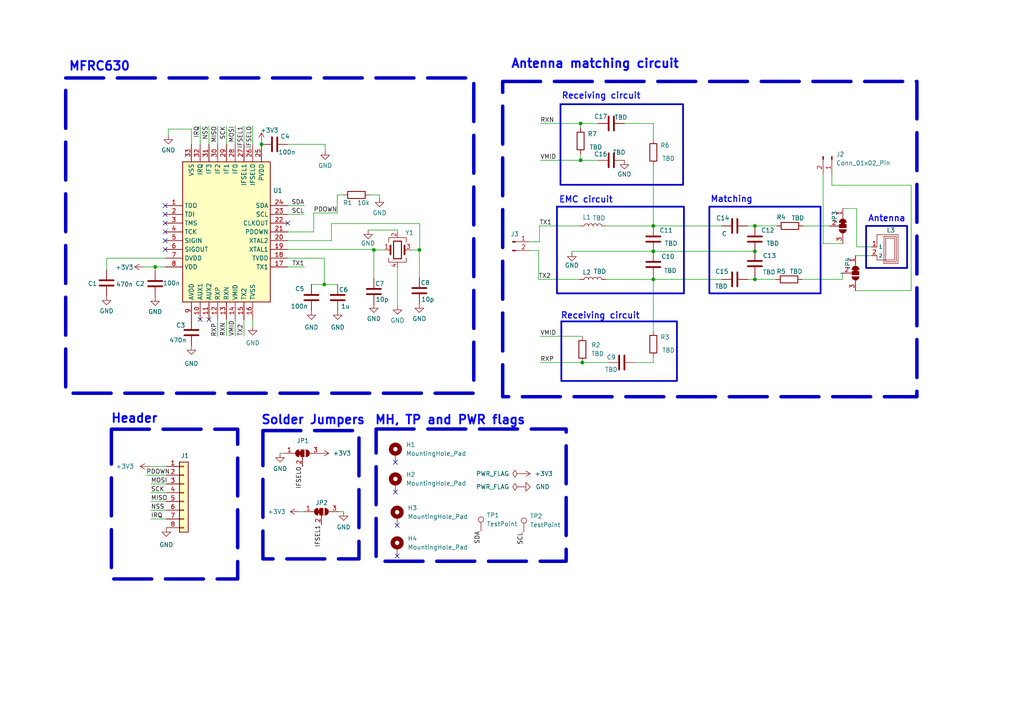
<source format=kicad_sch>
(kicad_sch (version 20230121) (generator eeschema)
  (paper "A4")
  (title_block (title "NFC_Programmer") (date "2023-11-25") (rev "2.0") (company "TycheTools"))
  (lib_symbols
    (symbol "Connector:Conn_01x02_Pin" (pin_names (offset 1.016) hide)
      (property "Reference" "J" (at 0 2.54 0))
      (property "Value" "Conn_01x02_Pin" (at 0 -5.08 0))
      (symbol "Conn_01x02_Pin_1_1"
        (polyline (pts (xy 1.27 -2.54) (xy 0.8636 -2.54)) (stroke (width 0.1524)))
        (polyline (pts (xy 1.27 0) (xy 0.8636 0)) (stroke (width 0.1524)))
        (rectangle (start 0.8636 -2.413) (end 0 -2.667) (stroke (width 0.1524)) (fill (type outline)))
        (rectangle (start 0.8636 0.127) (end 0 -0.127) (stroke (width 0.1524)) (fill (type outline)))
        (pin passive line (at 5.08 0 180) (length 3.81) (name "Pin_1") (number "1"))
        (pin passive line (at 5.08 -2.54 180) (length 3.81) (name "Pin_2") (number "2"))
      )
    )
    (symbol "Connector:TestPoint" (pin_numbers hide) (pin_names (offset 0.762) hide)
      (property "Reference" "TP" (at 0 6.858 0))
      (property "Value" "TestPoint" (at 0 5.08 0))
      (symbol "TestPoint_0_1"
        (circle (center 0 3.302) (radius 0.762))
      )
      (symbol "TestPoint_1_1"
        (pin passive line (at 0 0 90) (length 2.54) (name "1") (number "1"))
      )
    )
    (symbol "Connector_Generic:Conn_01x08" (pin_names (offset 1.016) hide)
      (property "Reference" "J" (at 0 10.16 0))
      (property "Value" "Conn_01x08" (at 0 -12.7 0))
      (symbol "Conn_01x08_1_1"
        (rectangle (start -1.27 -10.033) (end 0 -10.287) (stroke (width 0.1524)))
        (rectangle (start -1.27 -7.493) (end 0 -7.747) (stroke (width 0.1524)))
        (rectangle (start -1.27 -4.953) (end 0 -5.207) (stroke (width 0.1524)))
        (rectangle (start -1.27 -2.413) (end 0 -2.667) (stroke (width 0.1524)))
        (rectangle (start -1.27 0.127) (end 0 -0.127) (stroke (width 0.1524)))
        (rectangle (start -1.27 2.667) (end 0 2.413) (stroke (width 0.1524)))
        (rectangle (start -1.27 5.207) (end 0 4.953) (stroke (width 0.1524)))
        (rectangle (start -1.27 7.747) (end 0 7.493) (stroke (width 0.1524)))
        (rectangle (start -1.27 8.89) (end 1.27 -11.43) (stroke (width 0.254)) (fill (type background)))
        (pin passive line (at -5.08 7.62 0) (length 3.81) (name "Pin_1") (number "1"))
        (pin passive line (at -5.08 5.08 0) (length 3.81) (name "Pin_2") (number "2"))
        (pin passive line (at -5.08 2.54 0) (length 3.81) (name "Pin_3") (number "3"))
        (pin passive line (at -5.08 0 0) (length 3.81) (name "Pin_4") (number "4"))
        (pin passive line (at -5.08 -2.54 0) (length 3.81) (name "Pin_5") (number "5"))
        (pin passive line (at -5.08 -5.08 0) (length 3.81) (name "Pin_6") (number "6"))
        (pin passive line (at -5.08 -7.62 0) (length 3.81) (name "Pin_7") (number "7"))
        (pin passive line (at -5.08 -10.16 0) (length 3.81) (name "Pin_8") (number "8"))
      )
    )
    (symbol "Device:C" (pin_numbers hide) (pin_names (offset 0.254))
      (property "Reference" "C" (at 0.635 2.54 0))
      (property "Value" "C" (at 0.635 -2.54 0))
      (symbol "C_0_1"
        (polyline (pts (xy -2.032 -0.762) (xy 2.032 -0.762)) (stroke (width 0.508)))
        (polyline (pts (xy -2.032 0.762) (xy 2.032 0.762)) (stroke (width 0.508)))
      )
      (symbol "C_1_1"
        (pin passive line (at 0 3.81 270) (length 2.794) (name "~") (number "1"))
        (pin passive line (at 0 -3.81 90) (length 2.794) (name "~") (number "2"))
      )
    )
    (symbol "Device:Crystal_GND24" (pin_names (offset 1.016) hide)
      (property "Reference" "Y" (at 3.175 5.08 0))
      (property "Value" "Crystal_GND24" (at 3.175 3.175 0))
      (symbol "Crystal_GND24_0_1"
        (rectangle (start -1.143 2.54) (end 1.143 -2.54) (stroke (width 0.3048)))
        (polyline (pts (xy -2.54 0) (xy -2.032 0)))
        (polyline (pts (xy -2.032 -1.27) (xy -2.032 1.27)) (stroke (width 0.508)))
        (polyline (pts (xy 0 -3.81) (xy 0 -3.556)))
        (polyline (pts (xy 0 3.556) (xy 0 3.81)))
        (polyline (pts (xy 2.032 -1.27) (xy 2.032 1.27)) (stroke (width 0.508)))
        (polyline (pts (xy 2.032 0) (xy 2.54 0)))
        (polyline (pts (xy -2.54 -2.286) (xy -2.54 -3.556) (xy 2.54 -3.556) (xy 2.54 -2.286)))
        (polyline (pts (xy -2.54 2.286) (xy -2.54 3.556) (xy 2.54 3.556) (xy 2.54 2.286)))
      )
      (symbol "Crystal_GND24_1_1"
        (pin passive line (at -3.81 0 0) (length 1.27) (name "1") (number "1"))
        (pin passive line (at 0 5.08 270) (length 1.27) (name "2") (number "2"))
        (pin passive line (at 3.81 0 180) (length 1.27) (name "3") (number "3"))
        (pin passive line (at 0 -5.08 90) (length 1.27) (name "4") (number "4"))
      )
    )
    (symbol "Device:L" (pin_numbers hide) (pin_names (offset 1.016) hide)
      (property "Reference" "L" (at -1.27 0 90))
      (property "Value" "L" (at 1.905 0 90))
      (symbol "L_0_1"
        (arc (start 0 -2.54) (mid 0.6323 -1.905) (end 0 -1.27))
        (arc (start 0 -1.27) (mid 0.6323 -0.635) (end 0 0))
        (arc (start 0 0) (mid 0.6323 0.635) (end 0 1.27))
        (arc (start 0 1.27) (mid 0.6323 1.905) (end 0 2.54))
      )
      (symbol "L_1_1"
        (pin passive line (at 0 3.81 270) (length 1.27) (name "1") (number "1"))
        (pin passive line (at 0 -3.81 90) (length 1.27) (name "2") (number "2"))
      )
    )
    (symbol "Device:R" (pin_numbers hide) (pin_names (offset 0))
      (property "Reference" "R" (at 2.032 0 90))
      (property "Value" "R" (at 0 0 90))
      (symbol "R_0_1"
        (rectangle (start -1.016 -2.54) (end 1.016 2.54) (stroke (width 0.254)))
      )
      (symbol "R_1_1"
        (pin passive line (at 0 3.81 270) (length 1.27) (name "~") (number "1"))
        (pin passive line (at 0 -3.81 90) (length 1.27) (name "~") (number "2"))
      )
    )
    (symbol "Jumper:SolderJumper_3_Bridged12" (pin_names (offset 0) hide)
      (property "Reference" "JP" (at -2.54 -2.54 0))
      (property "Value" "SolderJumper_3_Bridged12" (at 0 2.794 0))
      (symbol "SolderJumper_3_Bridged12_0_1"
        (rectangle (start -1.016 0.508) (end -0.508 -0.508) (fill (type outline)))
        (arc (start -1.016 1.016) (mid -2.0276 0) (end -1.016 -1.016))
        (arc (start -1.016 1.016) (mid -2.0276 0) (end -1.016 -1.016) (fill (type outline)))
        (rectangle (start -0.508 1.016) (end 0.508 -1.016) (fill (type outline)))
        (polyline (pts (xy -2.54 0) (xy -2.032 0)))
        (polyline (pts (xy -1.016 1.016) (xy -1.016 -1.016)))
        (polyline (pts (xy 0 -1.27) (xy 0 -1.016)))
        (polyline (pts (xy 1.016 1.016) (xy 1.016 -1.016)))
        (polyline (pts (xy 2.54 0) (xy 2.032 0)))
        (arc (start 1.016 -1.016) (mid 2.0276 0) (end 1.016 1.016))
        (arc (start 1.016 -1.016) (mid 2.0276 0) (end 1.016 1.016) (fill (type outline)))
      )
      (symbol "SolderJumper_3_Bridged12_1_1"
        (pin passive line (at -5.08 0 0) (length 2.54) (name "A") (number "1"))
        (pin passive line (at 0 -3.81 90) (length 2.54) (name "C") (number "2"))
        (pin passive line (at 5.08 0 180) (length 2.54) (name "B") (number "3"))
      )
    )
    (symbol "LIB2:Antenna_L"
      (property "Reference" "L" (at 6.35 8.89 0))
      (symbol "Antenna_L_0_1"
        (polyline (pts (xy 10.16 3.81) (xy 15.24 3.81)))
        (polyline (pts (xy 10.16 5.08) (xy 10.16 3.81)))
        (polyline (pts (xy 10.16 7.62) (xy 10.16 7.62)))
        (polyline (pts (xy 10.16 7.62) (xy 10.16 11.176)))
        (polyline (pts (xy 12.192 2.794) (xy 16.256 2.794)))
        (polyline (pts (xy 12.192 10.668) (xy 12.192 2.794)))
        (polyline (pts (xy 15.24 3.81) (xy 15.24 10.16)))
        (polyline (pts (xy 15.24 10.16) (xy 12.7 10.16)))
        (polyline (pts (xy 16.256 2.794) (xy 16.256 11.176)))
        (polyline (pts (xy 16.256 11.176) (xy 10.16 11.176)))
        (polyline (pts (xy 15.748 10.414) (xy 15.748 10.668) (xy 12.192 10.668)))
        (polyline (pts (xy 12.7 10.16) (xy 12.7 3.302) (xy 15.748 3.302) (xy 15.748 10.414)))
      )
      (symbol "Antenna_L_1_0"
        (pin power_in line (at 8.636 7.62 0) (length 1.5) (name "1") (number "1"))
        (pin power_out line (at 8.636 5.08 0) (length 1.5) (name "2") (number "2"))
      )
    )
    (symbol "MFRC63002HN_151:MFRC63002HN,151"
      (property "Reference" "IC" (at 31.75 17.78 0))
      (property "Value" "MFRC63002HN,151" (at 31.75 15.24 0))
      (symbol "MFRC63002HN,151_1_1"
        (rectangle (start 5.08 12.7) (end 30.48 -27.94) (stroke (width 0.254)) (fill (type background)))
        (pin output line (at 0 0 0) (length 5.08) (name "TDO") (number "1"))
        (pin output line (at 10.16 -33.02 90) (length 5.08) (name "AUX1") (number "10"))
        (pin output line (at 12.7 -33.02 90) (length 5.08) (name "AUX2") (number "11"))
        (pin input line (at 15.24 -33.02 90) (length 5.08) (name "RXP") (number "12"))
        (pin input line (at 17.78 -33.02 90) (length 5.08) (name "RXN") (number "13"))
        (pin power_in line (at 20.32 -33.02 90) (length 5.08) (name "VMID") (number "14"))
        (pin output line (at 22.86 -33.02 90) (length 5.08) (name "TX2") (number "15"))
        (pin power_in line (at 25.4 -33.02 90) (length 5.08) (name "TVSS") (number "16"))
        (pin output line (at 35.56 -17.78 180) (length 5.08) (name "TX1") (number "17"))
        (pin power_in line (at 35.56 -15.24 180) (length 5.08) (name "TVDD") (number "18"))
        (pin input line (at 35.56 -12.7 180) (length 5.08) (name "XTAL1") (number "19"))
        (pin input line (at 0 -2.54 0) (length 5.08) (name "TDI") (number "2"))
        (pin output line (at 35.56 -10.16 180) (length 5.08) (name "XTAL2") (number "20"))
        (pin input line (at 35.56 -7.62 180) (length 5.08) (name "PDOWN") (number "21"))
        (pin output line (at 35.56 -5.08 180) (length 5.08) (name "CLKOUT") (number "22"))
        (pin output line (at 35.56 -2.54 180) (length 5.08) (name "SCL") (number "23"))
        (pin bidirectional line (at 35.56 0 180) (length 5.08) (name "SDA") (number "24"))
        (pin power_in line (at 27.94 17.78 270) (length 5.08) (name "PVDD") (number "25"))
        (pin input line (at 25.4 17.78 270) (length 5.08) (name "IFSEL0") (number "26"))
        (pin input line (at 22.86 17.78 270) (length 5.08) (name "IFSEL1") (number "27"))
        (pin bidirectional line (at 20.32 17.78 270) (length 5.08) (name "IF0") (number "28"))
        (pin bidirectional line (at 17.78 17.78 270) (length 5.08) (name "IF1") (number "29"))
        (pin input line (at 0 -5.08 0) (length 5.08) (name "TMS") (number "3"))
        (pin bidirectional line (at 15.24 17.78 270) (length 5.08) (name "IF2") (number "30"))
        (pin bidirectional line (at 12.7 17.78 270) (length 5.08) (name "IF3") (number "31"))
        (pin output line (at 10.16 17.78 270) (length 5.08) (name "IRQ") (number "32"))
        (pin power_in line (at 7.62 17.78 270) (length 5.08) (name "VSS") (number "33"))
        (pin input line (at 0 -7.62 0) (length 5.08) (name "TCK") (number "4"))
        (pin input line (at 0 -10.16 0) (length 5.08) (name "SIGIN") (number "5"))
        (pin output line (at 0 -12.7 0) (length 5.08) (name "SIGOUT") (number "6"))
        (pin power_in line (at 0 -15.24 0) (length 5.08) (name "DVDD") (number "7"))
        (pin power_in line (at 0 -17.78 0) (length 5.08) (name "VDD") (number "8"))
        (pin power_in line (at 7.62 -33.02 90) (length 5.08) (name "AVDD") (number "9"))
      )
    )
    (symbol "Mechanical:MountingHole_Pad" (pin_numbers hide) (pin_names (offset 1.016) hide)
      (property "Reference" "H" (at 0 6.35 0))
      (property "Value" "MountingHole_Pad" (at 0 4.445 0))
      (symbol "MountingHole_Pad_0_1"
        (circle (center 0 1.27) (radius 1.27) (stroke (width 1.27)))
      )
      (symbol "MountingHole_Pad_1_1"
        (pin input line (at 0 -2.54 90) (length 2.54) (name "1") (number "1"))
      )
    )
    (symbol "power:+3V3" (power) (pin_names (offset 0))
      (property "Value" "+3V3" (at 0 3.556 0))
      (symbol "+3V3_0_1"
        (polyline (pts (xy -0.762 1.27) (xy 0 2.54)))
        (polyline (pts (xy 0 0) (xy 0 2.54)))
        (polyline (pts (xy 0 2.54) (xy 0.762 1.27)))
      )
      (symbol "+3V3_1_1"
        (pin power_in line (at 0 0 90) (length 0) hide (name "+3V3") (number "1"))
      )
    )
    (symbol "power:GND" (power) (pin_names (offset 0))
      (property "Value" "GND" (at 0 -3.81 0))
      (symbol "GND_0_1"
        (polyline (pts (xy 0 0) (xy 0 -1.27) (xy 1.27 -1.27) (xy 0 -2.54) (xy -1.27 -1.27) (xy 0 -1.27)))
      )
      (symbol "GND_1_1"
        (pin power_in line (at 0 0 270) (length 0) hide (name "GND") (number "1"))
      )
    )
    (symbol "power:PWR_FLAG" (power) (pin_numbers hide) (pin_names (offset 0) hide)
      (property "Value" "PWR_FLAG" (at 0 3.81 0))
      (symbol "PWR_FLAG_0_0"
        (pin power_out line (at 0 0 90) (length 0) (name "pwr") (number "1"))
      )
      (symbol "PWR_FLAG_0_1"
        (polyline (pts (xy 0 0) (xy 0 1.27) (xy -1.016 1.905) (xy 0 2.54) (xy 1.016 1.905) (xy 0 1.27)))
      )
    )
  )
  (junction (at 45.0088 77.4192))
  (junction (at 189.484 72.898))
  (junction (at 218.948 81.026))
  (junction (at 218.948 72.898))
  (junction (at 189.484 81.026))
  (junction (at 94.0562 82.5246))
  (junction (at 189.484 65.532))
  (junction (at 121.6406 72.4916))
  (junction (at 75.8444 41.8592))
  (junction (at 218.948 65.532))
  (junction (at 108.4326 72.4916))
  (junction (at 168.402 35.814))
  (junction (at 168.91 105.156))
  (junction (at 168.402 46.482))
  (no_connect (at 60.6044 92.6592))
  (no_connect (at 114.681 142.7226))
  (no_connect (at 47.9044 59.6392))
  (no_connect (at 47.9044 64.7192))
  (no_connect (at 115.189 161.2646))
  (no_connect (at 58.0644 92.6592))
  (no_connect (at 83.4644 64.7192))
  (no_connect (at 114.681 134.0866))
  (no_connect (at 115.189 152.3746))
  (no_connect (at 47.9044 72.3392))
  (no_connect (at 47.9044 62.1792))
  (no_connect (at 47.9044 69.7992))
  (no_connect (at 47.9044 67.2592))
  (wire (pts (xy 94.3102 41.8592) (xy 94.3102 43.7134)))
  (wire (pts (xy 238.7346 70.612) (xy 238.7346 50.4698)))
  (wire (pts (xy 121.7422 64.8462) (xy 121.7422 72.4154)))
  (wire (pts (xy 165.862 72.898) (xy 189.484 72.898)))
  (wire (pts (xy 73.3044 92.6592) (xy 73.3044 94.6404)))
  (wire (pts (xy 99.6442 148.4122) (xy 98.298 148.4122)))
  (wire (pts (xy 119.1006 72.4916) (xy 121.6406 72.4916)))
  (wire (pts (xy 189.484 105.156) (xy 184.15 105.156)))
  (wire (pts (xy 218.948 81.026) (xy 225.044 81.026)))
  (wire (pts (xy 189.484 65.532) (xy 209.296 65.532)))
  (wire (pts (xy 232.664 81.026) (xy 244.3226 81.026)))
  (wire (pts (xy 43.7642 145.4404) (xy 48.2346 145.4404)))
  (wire (pts (xy 218.948 72.644) (xy 218.948 72.898)))
  (wire (pts (xy 45.0088 77.4192) (xy 47.9044 77.4192)))
  (wire (pts (xy 65.6844 36.5252) (xy 65.6844 41.8592)))
  (wire (pts (xy 240.6396 65.532) (xy 240.6396 65.5574)))
  (wire (pts (xy 94.0562 82.5246) (xy 97.9424 82.5246)))
  (wire (pts (xy 156.718 46.482) (xy 168.402 46.482)))
  (wire (pts (xy 115.2906 66.7258) (xy 115.2906 67.4116)))
  (wire (pts (xy 168.402 35.814) (xy 173.482 35.814)))
  (wire (pts (xy 156.21 81.026) (xy 168.148 81.026)))
  (wire (pts (xy 83.4644 72.3392) (xy 108.3564 72.3392)))
  (wire (pts (xy 156.718 97.536) (xy 168.91 97.536)))
  (wire (pts (xy 156.718 35.814) (xy 168.402 35.814)))
  (wire (pts (xy 90.9828 61.7728) (xy 97.8154 61.7728)))
  (wire (pts (xy 63.1444 92.6592) (xy 63.1444 97.6122)))
  (wire (pts (xy 65.6844 92.6592) (xy 65.6844 97.4852)))
  (wire (pts (xy 115.2906 77.5716) (xy 115.2906 88.6206)))
  (wire (pts (xy 108.4326 88.3666) (xy 108.4326 88.1126)))
  (wire (pts (xy 97.8154 56.5404) (xy 99.568 56.5404)))
  (wire (pts (xy 121.6406 72.4916) (xy 121.6406 80.4926)))
  (wire (pts (xy 168.402 44.704) (xy 168.402 46.482)))
  (wire (pts (xy 90.9828 67.2592) (xy 83.4644 67.2592)))
  (wire (pts (xy 107.188 56.5404) (xy 110.0836 56.5404)))
  (wire (pts (xy 43.7642 147.9804) (xy 48.2346 147.9804)))
  (wire (pts (xy 153.7208 70.1294) (xy 156.464 70.1294)))
  (wire (pts (xy 264.287 84.3026) (xy 264.287 53.721)))
  (wire (pts (xy 181.102 35.814) (xy 189.484 35.814)))
  (wire (pts (xy 189.484 72.898) (xy 218.948 72.898)))
  (wire (pts (xy 97.8154 61.7728) (xy 97.8154 56.5404)))
  (wire (pts (xy 189.484 81.026) (xy 189.484 96.012)))
  (wire (pts (xy 30.9118 74.8792) (xy 47.9044 74.8792)))
  (wire (pts (xy 238.76 70.612) (xy 238.7346 70.612)))
  (wire (pts (xy 108.3564 72.3392) (xy 108.3564 72.4916)))
  (wire (pts (xy 252.8316 71.6026) (xy 248.4882 71.6026)))
  (wire (pts (xy 45.0088 77.4192) (xy 45.0088 78.4606)))
  (wire (pts (xy 218.948 65.532) (xy 225.298 65.532)))
  (wire (pts (xy 73.3044 36.5252) (xy 73.3044 41.8592)))
  (wire (pts (xy 90.3224 82.5246) (xy 90.3224 82.4992)))
  (wire (pts (xy 83.4644 69.7992) (xy 96.1136 69.7992)))
  (wire (pts (xy 165.862 72.898) (xy 165.862 73.152)))
  (wire (pts (xy 108.3564 72.4916) (xy 108.4326 72.4916)))
  (wire (pts (xy 216.916 65.532) (xy 218.948 65.532)))
  (wire (pts (xy 244.3226 81.026) (xy 244.3226 79.2226)))
  (wire (pts (xy 156.464 65.532) (xy 168.148 65.532)))
  (wire (pts (xy 189.484 35.814) (xy 189.484 40.386)))
  (wire (pts (xy 175.768 65.532) (xy 189.484 65.532)))
  (wire (pts (xy 42.4434 137.8204) (xy 48.2346 137.8204)))
  (wire (pts (xy 70.7644 92.6592) (xy 70.7644 97.4852)))
  (wire (pts (xy 189.484 81.026) (xy 189.484 80.518)))
  (wire (pts (xy 30.9118 74.8792) (xy 30.9118 78.2574)))
  (wire (pts (xy 189.484 72.898) (xy 189.484 73.152)))
  (wire (pts (xy 86.7156 148.4122) (xy 88.138 148.4122)))
  (wire (pts (xy 68.2244 92.6592) (xy 68.2244 97.4852)))
  (wire (pts (xy 83.4644 74.8792) (xy 94.0562 74.8792)))
  (wire (pts (xy 83.4644 77.4192) (xy 88.2904 77.4192)))
  (wire (pts (xy 248.4882 60.4774) (xy 248.4882 71.6026)))
  (wire (pts (xy 97.9424 82.5246) (xy 97.9424 82.4992)))
  (wire (pts (xy 218.948 80.264) (xy 218.948 81.026)))
  (wire (pts (xy 58.0644 36.5252) (xy 58.0644 41.8592)))
  (wire (pts (xy 90.3224 82.5246) (xy 94.0562 82.5246)))
  (wire (pts (xy 264.287 53.721) (xy 241.2746 53.721)))
  (wire (pts (xy 189.484 81.026) (xy 209.296 81.026)))
  (wire (pts (xy 83.4644 59.6392) (xy 88.2904 59.6392)))
  (wire (pts (xy 48.8188 37.4396) (xy 48.8188 39.2176)))
  (wire (pts (xy 83.4644 62.1792) (xy 88.2904 62.1792)))
  (wire (pts (xy 110.0836 56.5404) (xy 110.0836 57.4294)))
  (wire (pts (xy 41.6306 77.4192) (xy 45.0088 77.4192)))
  (wire (pts (xy 96.1136 64.8462) (xy 121.7422 64.8462)))
  (wire (pts (xy 68.2244 36.5252) (xy 68.2244 41.8592)))
  (wire (pts (xy 43.7642 142.9004) (xy 48.2346 142.9004)))
  (wire (pts (xy 168.402 46.482) (xy 173.482 46.482)))
  (wire (pts (xy 81.2292 131.4704) (xy 82.6516 131.4704)))
  (wire (pts (xy 63.1444 36.5252) (xy 63.1444 41.8592)))
  (wire (pts (xy 248.1326 74.1426) (xy 252.8316 74.1426)))
  (wire (pts (xy 238.76 70.612) (xy 238.76 70.6374)))
  (wire (pts (xy 153.7208 72.6694) (xy 156.21 72.6694)))
  (wire (pts (xy 248.4882 60.4774) (xy 244.4496 60.4774)))
  (wire (pts (xy 108.4326 72.4916) (xy 111.4806 72.4916)))
  (wire (pts (xy 121.7422 72.4154) (xy 121.6406 72.4154)))
  (wire (pts (xy 90.9828 61.7728) (xy 90.9828 67.2592)))
  (wire (pts (xy 168.402 35.814) (xy 168.402 37.084)))
  (wire (pts (xy 94.0562 74.8792) (xy 94.0562 82.5246)))
  (wire (pts (xy 156.718 105.156) (xy 168.91 105.156)))
  (wire (pts (xy 248.1326 84.3026) (xy 264.287 84.3026)))
  (wire (pts (xy 232.918 65.532) (xy 240.6396 65.532)))
  (wire (pts (xy 189.484 103.632) (xy 189.484 105.156)))
  (wire (pts (xy 241.2746 50.4698) (xy 241.2746 53.721)))
  (wire (pts (xy 218.948 73.152) (xy 218.948 72.898)))
  (wire (pts (xy 106.7816 66.7258) (xy 115.2906 66.7258)))
  (wire (pts (xy 189.484 48.006) (xy 189.484 65.532)))
  (wire (pts (xy 43.7642 140.3604) (xy 48.2346 140.3604)))
  (wire (pts (xy 108.4326 72.4916) (xy 108.4326 80.7466)))
  (wire (pts (xy 43.2054 135.2804) (xy 48.2346 135.2804)))
  (wire (pts (xy 175.768 81.026) (xy 189.484 81.026)))
  (wire (pts (xy 156.21 72.6694) (xy 156.21 81.026)))
  (wire (pts (xy 43.7642 150.5204) (xy 48.2346 150.5204)))
  (wire (pts (xy 96.1136 64.8462) (xy 96.1136 69.7992)))
  (wire (pts (xy 75.8444 41.0972) (xy 75.8444 41.8592)))
  (wire (pts (xy 121.6406 72.4154) (xy 121.6406 72.4916)))
  (wire (pts (xy 48.8188 37.4396) (xy 55.5244 37.4396)))
  (wire (pts (xy 60.6044 36.5252) (xy 60.6044 41.8592)))
  (wire (pts (xy 70.7644 36.5252) (xy 70.7644 41.8592)))
  (wire (pts (xy 216.916 81.026) (xy 218.948 81.026)))
  (wire (pts (xy 156.464 70.1294) (xy 156.464 65.532)))
  (wire (pts (xy 83.4644 41.8592) (xy 94.3102 41.8592)))
  (wire (pts (xy 168.91 105.156) (xy 176.53 105.156)))
  (wire (pts (xy 238.76 70.6374) (xy 244.4496 70.6374)))
  (wire (pts (xy 55.5244 41.8592) (xy 55.5244 37.4396)))
  (rectangle (start 205.74 59.944) (end 237.998 85.09) (stroke (width 0.5)))
  (rectangle (start 145.796 23.622) (end 265.938 115.062) (stroke (width 1) (type dash)))
  (rectangle (start 161.544 59.944) (end 198.374 85.09) (stroke (width 0.5)))
  (rectangle (start 251.206 65.532) (end 263.0932 77.724) (stroke (width 0.5)))
  (rectangle (start 76.2508 124.8918) (end 104.1146 162.1028) (stroke (width 1) (type dash)))
  (rectangle (start 32.3088 124.4854) (end 68.9356 167.9194) (stroke (width 1) (type dash)))
  (rectangle (start 109.093 124.4346) (end 164.211 162.7886) (stroke (width 1) (type dash)))
  (rectangle (start 162.814 93.218) (end 196.342 110.49) (stroke (width 0.5)))
  (rectangle (start 19.05 22.606) (end 137.414 114.046) (stroke (width 1) (type dash)))
  (rectangle (start 162.56 30.226) (end 198.12 53.594) (stroke (width 0.5)))
  (text "EMC circuit\n\n" (at 162.052 61.976 0) (effects (font (size 1.8 1.8) (thickness 0.3) bold) (justify left bottom)))
  (text "Receiving circuit\n" (at 162.56 92.71 0) (effects (font (size 1.8 1.8) (thickness 0.3) bold) (justify left bottom)))
  (text "Solder Jumpers\n" (at 75.6158 123.3932 0) (effects (font (size 2.54 2.54) (thickness 0.508) bold) (justify left bottom)))
  (text "MH, TP and PWR flags" (at 108.585 123.4186 0) (effects (font (size 2.54 2.54) (thickness 0.508) bold) (justify left bottom)))
  (text "Matching\n" (at 205.994 58.928 0) (effects (font (size 1.8 1.8) (thickness 0.3) bold) (justify left bottom)))
  (text "Antenna\n" (at 251.714 64.516 0) (effects (font (size 1.8 1.8) (thickness 0.3) bold) (justify left bottom)))
  (text "Antenna matching circuit" (at 148.082 20.066 0) (effects (font (size 2.54 2.54) (thickness 0.508) bold) (justify left bottom)))
  (text "Header" (at 32.0548 122.9614 0) (effects (font (size 2.54 2.54) (thickness 0.508) bold) (justify left bottom)))
  (text "MFRC630" (at 19.812 20.828 0) (effects (font (size 2.54 2.54) (thickness 0.508) bold) (justify left bottom)))
  (text "Receiving circuit\n" (at 162.814 28.956 0) (effects (font (size 1.8 1.8) (thickness 0.3) bold) (justify left bottom)))
  (label "SCK" (at 65.6844 36.5252 270))
  (label "PDOWN" (at 42.4434 137.8204 0))
  (label "SCK" (at 43.7642 142.9004 0))
  (label "SCL" (at 88.2904 62.1792 180))
  (label "SCL" (at 151.9428 154.2796 270))
  (label "RXP" (at 63.1444 97.6122 90))
  (label "RXN" (at 156.718 35.814 0))
  (label "PDOWN" (at 97.8154 61.7728 180))
  (label "VMID" (at 156.718 46.482 0))
  (label "IFSEL1" (at 70.7644 36.5252 270))
  (label "IFSEL0" (at 73.3044 36.5252 270))
  (label "MISO" (at 63.1444 36.5252 270))
  (label "SDA" (at 88.2904 59.6392 180))
  (label "VMID" (at 156.718 97.536 0))
  (label "IFSEL0" (at 87.7316 135.2804 270))
  (label "SDA" (at 139.4968 154.0002 270))
  (label "IFSEL1" (at 93.218 152.2222 270))
  (label "TX1" (at 156.464 65.532 0))
  (label "RXN" (at 65.6844 97.4852 90))
  (label "VMID" (at 68.2244 97.4852 90))
  (label "NSS" (at 43.7642 147.9804 0))
  (label "MOSI" (at 43.7642 140.3604 0))
  (label "NSS" (at 60.6044 36.5252 270))
  (label "MISO" (at 43.7642 145.4404 0))
  (label "RXP" (at 156.718 105.156 0))
  (label "IRQ" (at 43.7642 150.5204 0))
  (label "TX1" (at 88.2904 77.4192 180))
  (label "IRQ" (at 58.0644 36.5252 270))
  (label "TX2" (at 156.21 81.026 0))
  (label "TX2" (at 70.7644 97.4852 90))
  (label "MOSI" (at 68.2244 36.5252 270))
  (symbol (lib_id "power:GND") (at 81.2292 131.4704 0) (unit 1)
    (property "Reference" "#PWR08" (effects hide))
    (property "Value" "GND" (at 81.2292 135.9408 0))
  )
  (symbol (lib_id "LIB2:Antenna_L") (at 244.1956 79.2226 0) (unit 1)
    (property "Reference" "L3" (at 257.1496 66.7766 0) (effects (justify left)))
    (property "Value" "~" (at 244.1956 79.2226 0))
  )
  (symbol (lib_id "power:GND") (at 48.8188 39.2176 0) (unit 1)
    (property "Reference" "#PWR06" (effects hide))
    (property "Value" "GND" (at 48.8188 43.5356 0))
  )
  (symbol (lib_id "power:GND") (at 94.3102 43.7134 0) (unit 1)
    (property "Reference" "#PWR010" (effects hide))
    (property "Value" "GND" (at 94.3102 48.0314 0))
  )
  (symbol (lib_id "Connector:TestPoint") (at 139.4968 154.0002 0) (unit 1)
    (property "Reference" "TP1" (at 141.1478 149.4282 0) (effects (justify left)))
    (property "Value" "TestPoint" (at 141.1478 151.9682 0) (effects (justify left)))
    (property "Footprint" "TestPoint:TestPoint_Pad_1.0x1.0mm" (effects hide))
  )
  (symbol (lib_id "power:+3V3") (at 86.7156 148.4122 90) (unit 1)
    (property "Reference" "#PWR07" (effects hide))
    (property "Value" "+3V3" (at 82.8802 148.4122 90) (effects (justify left)))
  )
  (symbol (lib_id "Device:R") (at 168.91 101.346 0) (unit 1)
    (property "Reference" "R2" (at 171.45 100.076 0) (effects (justify left)))
    (property "Value" "TBD" (at 171.45 102.616 0) (effects (justify left)))
    (property "Footprint" "Resistor_SMD:R_0603_1608Metric_Pad0.98x0.95mm_HandSolder" (effects hide))
  )
  (symbol (lib_id "power:PWR_FLAG") (at 151.257 137.3886 90) (unit 1)
    (property "Reference" "#FLG02" (effects hide))
    (property "Value" "PWR_FLAG" (at 147.701 137.3886 90) (effects (justify left)))
    (property "Footprint" "TestPoint:TestPoint_Loop_D1.80mm_Drill1.0mm_Beaded" (effects hide))
  )
  (symbol (lib_id "Jumper:SolderJumper_3_Bridged12") (at 93.218 148.4122 0) (unit 1)
    (property "Reference" "JP2" (at 93.3196 145.8214 0))
    (property "Value" "SolderJumper_3_Bridged12" (effects hide))
    (property "Footprint" "Jumper:SolderJumper-3_P1.3mm_Bridged12_Pad1.0x1.5mm_NumberLabels" (effects hide))
  )
  (symbol (lib_id "Device:C") (at 213.106 65.532 90) (unit 1)
    (property "Reference" "C14" (at 211.582 63.246 90) (effects (justify left)))
    (property "Value" "C" (at 210.82 67.818 90) (effects (justify left)))
    (property "Footprint" "Capacitor_SMD:C_0603_1608Metric_Pad1.08x0.95mm_HandSolder" (effects hide))
  )
  (symbol (lib_id "Mechanical:MountingHole_Pad") (at 115.189 149.8346 0) (unit 1)
    (property "Reference" "H3" (at 118.237 147.2946 0) (effects (justify left)))
    (property "Value" "MountingHole_Pad" (at 118.237 149.8346 0) (effects (justify left)))
    (property "Footprint" "MountingHole:MountingHole_3mm" (effects hide))
  )
  (symbol (lib_id "Device:C") (at 45.0088 82.2706 0) (mirror y) (unit 1)
    (property "Reference" "C2" (at 41.9608 82.2706 0) (effects (justify left)))
    (property "Value" "100n" (at 52.2224 82.1182 0) (effects (justify left)))
    (property "Footprint" "Capacitor_SMD:C_0603_1608Metric_Pad1.08x0.95mm_HandSolder" (effects hide))
  )
  (symbol (lib_id "Device:C") (at 108.4326 84.5566 0) (mirror y) (unit 1)
    (property "Reference" "C7" (at 111.4806 82.2706 0) (effects (justify left)))
    (property "Value" "10p" (at 112.7506 86.8426 0) (effects (justify left)))
    (property "Footprint" "Capacitor_SMD:C_0603_1608Metric_Pad1.08x0.95mm_HandSolder" (effects hide))
  )
  (symbol (lib_id "power:GND") (at 106.7816 66.7258 0) (unit 1)
    (property "Reference" "#PWR021" (effects hide))
    (property "Value" "GND" (at 106.7308 70.5612 0))
  )
  (symbol (lib_id "power:+3V3") (at 92.8116 131.4704 270) (unit 1)
    (property "Reference" "#PWR026" (effects hide))
    (property "Value" "+3V3" (at 96.52 131.4704 90) (effects (justify left)))
  )
  (symbol (lib_id "Device:C") (at 218.948 76.454 0) (unit 1)
    (property "Reference" "C13" (at 221.234 74.168 0) (effects (justify left)))
    (property "Value" "TBD" (at 221.2086 78.9432 0) (effects (justify left)))
    (property "Footprint" "Capacitor_SMD:C_0603_1608Metric_Pad1.08x0.95mm_HandSolder" (effects hide))
  )
  (symbol (lib_id "Mechanical:MountingHole_Pad") (at 114.681 131.5466 0) (unit 1)
    (property "Reference" "H1" (at 117.729 129.0066 0) (effects (justify left)))
    (property "Value" "MountingHole_Pad" (at 117.729 131.5466 0) (effects (justify left)))
    (property "Footprint" "MountingHole:MountingHole_3mm" (effects hide))
  )
  (symbol (lib_id "Connector:TestPoint") (at 151.9428 154.2796 0) (unit 1)
    (property "Reference" "TP2" (at 153.6954 149.7076 0) (effects (justify left)))
    (property "Value" "TestPoint" (at 153.6954 152.2476 0) (effects (justify left)))
    (property "Footprint" "TestPoint:TestPoint_Pad_1.0x1.0mm" (effects hide))
  )
  (symbol (lib_id "Device:C") (at 189.484 69.342 0) (unit 1)
    (property "Reference" "C11" (at 191.262 66.802 0) (effects (justify left)))
    (property "Value" "TBD" (at 192.786 70.612 0) (effects (justify left)))
    (property "Footprint" "Capacitor_SMD:C_0603_1608Metric_Pad1.08x0.95mm_HandSolder" (effects hide))
  )
  (symbol (lib_id "power:+3V3") (at 151.257 137.3886 270) (unit 1)
    (property "Reference" "#PWR032" (effects hide))
    (property "Value" "+3V3" (at 155.067 137.3886 90) (effects (justify left)))
  )
  (symbol (lib_id "Device:C") (at 79.6544 41.8592 90) (unit 1)
    (property "Reference" "C4" (at 82.7024 39.5732 90))
    (property "Value" "100n" (at 83.2104 44.1452 90))
    (property "Footprint" "Capacitor_SMD:C_0603_1608Metric_Pad1.08x0.95mm_HandSolder" (effects hide))
  )
  (symbol (lib_id "Device:C") (at 90.3224 86.3092 0) (mirror y) (unit 1)
    (property "Reference" "C5" (at 88.2904 83.7692 0) (effects (justify left)))
    (property "Value" "100n" (at 89.3064 88.8492 0) (effects (justify left)))
    (property "Footprint" "Capacitor_SMD:C_0603_1608Metric_Pad1.08x0.95mm_HandSolder" (effects hide))
  )
  (symbol (lib_id "power:GND") (at 181.102 46.482 0) (unit 1)
    (property "Reference" "#PWR018" (effects hide))
    (property "Value" "GND" (at 181.102 50.546 0))
  )
  (symbol (lib_id "Jumper:SolderJumper_3_Bridged12") (at 87.7316 131.4704 0) (unit 1)
    (property "Reference" "JP1" (at 87.8332 127.8382 0))
    (property "Value" "SolderJumper_3_Bridged12" (effects hide))
    (property "Footprint" "Jumper:SolderJumper-3_P1.3mm_Bridged12_Pad1.0x1.5mm_NumberLabels" (effects hide))
  )
  (symbol (lib_id "power:GND") (at 48.2346 153.0604 0) (unit 1)
    (property "Reference" "#PWR020" (effects hide))
    (property "Value" "GND" (at 48.2346 158.0134 0))
  )
  (symbol (lib_id "Device:R") (at 103.378 56.5404 270) (unit 1)
    (property "Reference" "R1" (at 100.838 58.8264 90))
    (property "Value" "10k" (at 105.41 58.8264 90))
    (property "Footprint" "Resistor_SMD:R_0603_1608Metric_Pad0.98x0.95mm_HandSolder" (effects hide))
  )
  (symbol (lib_id "MFRC63002HN_151:MFRC63002HN,151") (at 47.9044 59.6392 0) (unit 1)
    (property "Reference" "U1" (at 80.5688 55.2511 0))
    (property "Value" "MFRC63002HN,151" (effects hide))
    (property "Footprint" "Library3:MFRC630_MOUSER" (effects hide))
    (property "Datasheet" "http://www.nxp.com/docs/en/data-sheet/MFRC630.pdf" (effects hide))
    (property "Height" "1" (effects hide))
    (property "Manufacturer_Name" "NXP" (effects hide))
    (property "Manufacturer_Part_Number" "MFRC63002HN,151" (effects hide))
    (property "Mouser Part Number" "771-MFRC63002HN151" (effects hide))
    (property "Mouser Price/Stock" "https://www.mouser.co.uk/ProductDetail/NXP-Semiconductors/MFRC63002HN151?qs=NQoTdinTi9Gyn8oEeCX95Q%3D%3D" (effects hide))
    (property "Arrow Part Number" "MFRC63002HN,151" (effects hide))
    (property "Arrow Price/Stock" "https://www.arrow.com/en/products/mfrc63002hn151/nxp-semiconductors?region=nac" (effects hide))
  )
  (symbol (lib_id "Mechanical:MountingHole_Pad") (at 114.681 140.1826 0) (unit 1)
    (property "Reference" "H2" (at 117.729 137.6426 0) (effects (justify left)))
    (property "Value" "MountingHole_Pad" (at 117.729 140.1826 0) (effects (justify left)))
    (property "Footprint" "MountingHole:MountingHole_3mm" (effects hide))
  )
  (symbol (lib_id "Device:C") (at 213.106 81.026 90) (unit 1)
    (property "Reference" "C15" (at 211.328 78.74 90) (effects (justify left)))
    (property "Value" "TBD" (at 211.074 83.058 90) (effects (justify left)))
    (property "Footprint" "Capacitor_SMD:C_0603_1608Metric_Pad1.08x0.95mm_HandSolder" (effects hide))
  )
  (symbol (lib_id "Device:R") (at 168.402 40.894 0) (unit 1)
    (property "Reference" "R7" (at 170.434 38.862 0) (effects (justify left)))
    (property "Value" "TBD" (at 170.942 42.672 0) (effects (justify left)))
    (property "Footprint" "Resistor_SMD:R_0603_1608Metric_Pad0.98x0.95mm_HandSolder" (effects hide))
  )
  (symbol (lib_id "power:GND") (at 151.257 141.1986 90) (unit 1)
    (property "Reference" "#PWR033" (effects hide))
    (property "Value" "GND" (at 155.321 141.1986 90) (effects (justify right)))
  )
  (symbol (lib_id "Device:L") (at 171.958 65.532 90) (unit 1)
    (property "Reference" "L1" (at 170.18 62.992 90))
    (property "Value" "TBD" (at 173.736 63.246 90))
    (property "Footprint" "Inductor_SMD:L_0603_1608Metric_Pad1.05x0.95mm_HandSolder" (effects hide))
  )
  (symbol (lib_id "Device:R") (at 189.484 44.196 0) (unit 1)
    (property "Reference" "R6" (at 191.516 42.164 0) (effects (justify left)))
    (property "Value" "TBD" (at 192.024 45.974 0) (effects (justify left)))
    (property "Footprint" "Resistor_SMD:R_0603_1608Metric_Pad0.98x0.95mm_HandSolder" (effects hide))
  )
  (symbol (lib_id "power:GND") (at 115.2906 88.6206 0) (unit 1)
    (property "Reference" "#PWR013" (effects hide))
    (property "Value" "GND" (at 115.2906 92.9386 0))
  )
  (symbol (lib_id "Connector:Conn_01x02_Pin") (at 241.2746 45.3898 270) (unit 1)
    (property "Reference" "J2" (at 242.4938 44.7548 90) (effects (justify left)))
    (property "Value" "Conn_01x02_Pin" (at 242.4938 47.2948 90) (effects (justify left)))
    (property "Footprint" "Connector_PinHeader_2.54mm:PinHeader_1x02_P2.54mm_Vertical" (effects hide))
  )
  (symbol (lib_id "Device:C") (at 97.9424 86.3092 0) (mirror y) (unit 1)
    (property "Reference" "C6" (at 100.9904 84.0232 0) (effects (justify left)))
    (property "Value" "1u" (at 101.4984 88.8492 0) (effects (justify left)))
    (property "Footprint" "Capacitor_SMD:C_0603_1608Metric_Pad1.08x0.95mm_HandSolder" (effects hide))
  )
  (symbol (lib_id "power:GND") (at 73.3044 94.6404 0) (unit 1)
    (property "Reference" "#PWR05" (effects hide))
    (property "Value" "GND" (at 73.3044 99.4664 0))
  )
  (symbol (lib_id "Device:C") (at 177.292 35.814 90) (unit 1)
    (property "Reference" "C17" (at 174.244 33.782 90))
    (property "Value" "TBD" (at 180.086 34.036 90))
    (property "Footprint" "Capacitor_SMD:C_0603_1608Metric_Pad1.08x0.95mm_HandSolder" (effects hide))
  )
  (symbol (lib_id "power:+3V3") (at 75.8444 41.0972 0) (unit 1)
    (property "Reference" "#PWR09" (effects hide))
    (property "Value" "+3V3" (at 78.1304 37.7952 0))
  )
  (symbol (lib_id "power:GND") (at 99.6442 148.4122 0) (unit 1)
    (property "Reference" "#PWR022" (effects hide))
    (property "Value" "GND" (at 99.6442 152.8826 0))
  )
  (symbol (lib_id "Jumper:SolderJumper_3_Bridged12") (at 248.1326 79.2226 270) (unit 1)
    (property "Reference" "JP4" (at 245.872 76.454 0))
    (property "Value" "SolderJumper_3_Bridged12" (effects hide))
    (property "Footprint" "Jumper:SolderJumper-3_P1.3mm_Bridged12_Pad1.0x1.5mm_NumberLabels" (effects hide))
  )
  (symbol (lib_id "power:GND") (at 45.0088 86.0806 0) (unit 1)
    (property "Reference" "#PWR02" (effects hide))
    (property "Value" "GND" (at 45.0088 90.3986 0))
  )
  (symbol (lib_id "Mechanical:MountingHole_Pad") (at 115.189 158.7246 0) (unit 1)
    (property "Reference" "H4" (at 118.237 156.1846 0) (effects (justify left)))
    (property "Value" "MountingHole_Pad" (at 118.237 158.7246 0) (effects (justify left)))
    (property "Footprint" "MountingHole:MountingHole_3mm" (effects hide))
  )
  (symbol (lib_id "Device:C") (at 121.6406 84.3026 0) (mirror y) (unit 1)
    (property "Reference" "C8" (at 124.6886 82.0166 0) (effects (justify left)))
    (property "Value" "10p" (at 125.9586 86.8426 0) (effects (justify left)))
    (property "Footprint" "Capacitor_SMD:C_0603_1608Metric_Pad1.08x0.95mm_HandSolder" (effects hide))
  )
  (symbol (lib_id "power:+3V3") (at 43.2054 135.2804 90) (unit 1)
    (property "Reference" "#PWR019" (effects hide))
    (property "Value" "+3V3" (at 38.8874 135.2804 90) (effects (justify left)))
  )
  (symbol (lib_id "Device:C") (at 55.5244 96.4692 0) (mirror y) (unit 1)
    (property "Reference" "C3" (at 53.7464 94.361 0) (effects (justify left)))
    (property "Value" "470n" (at 54.102 98.679 0) (effects (justify left)))
    (property "Footprint" "Capacitor_SMD:C_0603_1608Metric_Pad1.08x0.95mm_HandSolder" (effects hide))
  )
  (symbol (lib_id "power:GND") (at 90.3224 90.1192 0) (unit 1)
    (property "Reference" "#PWR011" (effects hide))
    (property "Value" "GND" (at 90.3224 94.9452 0))
  )
  (symbol (lib_id "Device:R") (at 189.484 99.822 0) (unit 1)
    (property "Reference" "R3" (at 191.516 97.79 0) (effects (justify left)))
    (property "Value" "TBD" (at 192.024 101.6 0) (effects (justify left)))
    (property "Footprint" "Resistor_SMD:R_0603_1608Metric_Pad0.98x0.95mm_HandSolder" (effects hide))
  )
  (symbol (lib_id "Device:C") (at 189.484 76.708 0) (unit 1)
    (property "Reference" "C10" (at 191.77 74.422 0) (effects (justify left)))
    (property "Value" "TBD" (at 192.532 78.486 0) (effects (justify left)))
    (property "Footprint" "Capacitor_SMD:C_0603_1608Metric_Pad1.08x0.95mm_HandSolder" (effects hide))
  )
  (symbol (lib_id "Device:L") (at 171.958 81.026 90) (unit 1)
    (property "Reference" "L2" (at 170.18 78.994 90))
    (property "Value" "TBD" (at 173.99 78.74 90))
    (property "Footprint" "Inductor_SMD:L_0603_1608Metric_Pad1.05x0.95mm_HandSolder" (effects hide))
  )
  (symbol (lib_id "power:GND") (at 121.6406 88.1126 0) (unit 1)
    (property "Reference" "#PWR014" (effects hide))
    (property "Value" "GND" (at 121.6406 92.4306 0))
  )
  (symbol (lib_id "power:GND") (at 110.0836 57.4294 0) (unit 1)
    (property "Reference" "#PWR016" (effects hide))
    (property "Value" "GND" (at 110.0836 61.7474 0))
  )
  (symbol (lib_id "power:+3V3") (at 41.6306 77.4192 90) (unit 1)
    (property "Reference" "#PWR03" (effects hide))
    (property "Value" "+3V3" (at 38.7096 77.5462 90) (effects (justify left)))
  )
  (symbol (lib_id "Device:C") (at 180.34 105.156 90) (unit 1)
    (property "Reference" "C9" (at 177.292 103.632 90))
    (property "Value" "TBD" (at 177.292 107.188 90))
    (property "Footprint" "Capacitor_SMD:C_0603_1608Metric_Pad1.08x0.95mm_HandSolder" (effects hide))
  )
  (symbol (lib_id "Device:Crystal_GND24") (at 115.2906 72.4916 0) (unit 1)
    (property "Reference" "Y1" (at 118.745 67.5132 0))
    (property "Value" "Crystal_GND24" (effects hide))
    (property "Datasheet" "https://www.mouser.mx/datasheet/2/122/ECX_1637B2-2400564.pdf" (effects hide))
  )
  (symbol (lib_id "Device:C") (at 177.292 46.482 90) (unit 1)
    (property "Reference" "C16" (at 174.244 44.704 90))
    (property "Value" "TBD" (at 179.578 44.196 90))
    (property "Footprint" "Capacitor_SMD:C_0603_1608Metric_Pad1.08x0.95mm_HandSolder" (effects hide))
  )
  (symbol (lib_id "power:GND") (at 165.862 73.152 0) (unit 1)
    (property "Reference" "#PWR017" (effects hide))
    (property "Value" "GND" (at 165.862 76.962 0))
  )
  (symbol (lib_id "Connector_Generic:Conn_01x08") (at 53.3146 142.9004 0) (unit 1)
    (property "Reference" "J1" (at 52.4256 132.1816 0) (effects (justify left)))
    (property "Value" "Conn_01x08" (effects hide))
    (property "Footprint" "Connector_PinHeader_2.54mm:PinHeader_1x08_P2.54mm_Vertical" (effects hide))
  )
  (symbol (lib_id "Connector:Conn_01x02_Pin") (at 148.6408 70.1294 0) (unit 1)
    (property "Reference" "J3" (at 149.2758 67.8942 0))
    (property "Value" "Conn_01x02_Pin" (effects hide))
    (property "Footprint" "Connector_PinHeader_2.54mm:PinHeader_1x02_P2.54mm_Vertical" (effects hide))
  )
  (symbol (lib_id "power:GND") (at 55.5244 100.2792 0) (unit 1)
    (property "Reference" "#PWR04" (effects hide))
    (property "Value" "GND" (at 55.499 105.4608 0))
  )
  (symbol (lib_id "power:GND") (at 108.4326 88.1126 0) (unit 1)
    (property "Reference" "#PWR015" (effects hide))
    (property "Value" "GND" (at 108.4326 92.4306 0))
  )
  (symbol (lib_id "power:GND") (at 30.9118 85.8774 0) (unit 1)
    (property "Reference" "#PWR01" (effects hide))
    (property "Value" "GND" (at 30.9118 90.1954 0))
  )
  (symbol (lib_id "power:GND") (at 97.9424 90.1192 0) (unit 1)
    (property "Reference" "#PWR012" (effects hide))
    (property "Value" "GND" (at 97.9424 94.9452 0))
  )
  (symbol (lib_id "Device:R") (at 228.854 81.026 90) (unit 1)
    (property "Reference" "R5" (at 226.568 78.74 90))
    (property "Value" "TBD" (at 230.886 78.74 90))
    (property "Footprint" "Resistor_SMD:R_0603_1608Metric_Pad0.98x0.95mm_HandSolder" (effects hide))
  )
  (symbol (lib_id "Device:R") (at 229.108 65.532 90) (unit 1)
    (property "Reference" "R4" (at 226.568 62.992 90))
    (property "Value" "TBD" (at 231.394 63.246 90))
    (property "Footprint" "Resistor_SMD:R_0603_1608Metric_Pad0.98x0.95mm_HandSolder" (effects hide))
  )
  (symbol (lib_id "Jumper:SolderJumper_3_Bridged12") (at 244.4496 65.5574 270) (unit 1)
    (property "Reference" "JP3" (at 242.062 62.992 0))
    (property "Value" "SolderJumper_3_Bridged12" (effects hide))
    (property "Footprint" "Jumper:SolderJumper-3_P1.3mm_Bridged12_Pad1.0x1.5mm_NumberLabels" (effects hide))
  )
  (symbol (lib_id "Device:C") (at 218.948 69.342 0) (unit 1)
    (property "Reference" "C12" (at 220.726 66.802 0) (effects (justify left)))
    (property "Value" "TBD" (at 222.25 70.612 0) (effects (justify left)))
    (property "Footprint" "Capacitor_SMD:C_0603_1608Metric_Pad1.08x0.95mm_HandSolder" (effects hide))
  )
  (symbol (lib_id "power:PWR_FLAG") (at 151.257 141.1986 90) (unit 1)
    (property "Reference" "#FLG03" (effects hide))
    (property "Value" "PWR_FLAG" (at 147.701 141.1986 90) (effects (justify left)))
    (property "Footprint" "TestPoint:TestPoint_Loop_D1.80mm_Drill1.0mm_Beaded" (effects hide))
  )
  (symbol (lib_id "Device:C") (at 30.9118 82.0674 0) (mirror y) (unit 1)
    (property "Reference" "C1" (at 28.194 82.2452 0) (effects (justify left)))
    (property "Value" "470n" (at 38.608 82.4738 0) (effects (justify left)))
    (property "Footprint" "Capacitor_SMD:C_0603_1608Metric_Pad1.08x0.95mm_HandSolder" (effects hide))
  )
)
</source>
